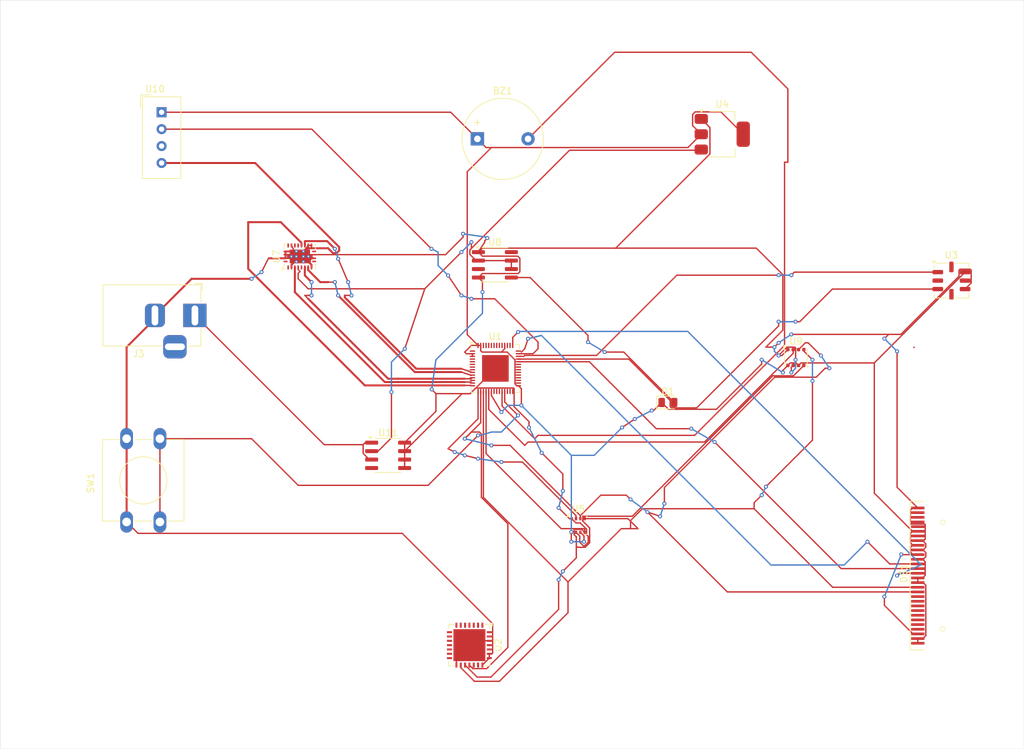
<source format=kicad_pcb>
(kicad_pcb (version 20241229) (generator "pcbnew") (generator_version "9.0")
  (layers (0 "F.Cu" signal) (2 "B.Cu" signal) (13 "F.Paste" user) (15 "B.Paste" user) (5 "F.SilkS" user "F.Silkscreen") (7 "B.SilkS" user "B.Silkscreen") (1 "F.Mask" user) (3 "B.Mask" user) (25 "Edge.Cuts" user))
  (net 0 "")
  (net 1 "/18")
  (net 2 "+3.3V")
  (net 3 "/LED")
  (net 4 "/38")
  (net 7 "GND")
  (net 9 "/37")
  (net 10 "/33")
  (net 12 "/12")
  (net 22 "/11")
  (net 23 "+12V")
  (net 24 "/19")
  (net 25 "/8")
  (net 29 "/4")
  (net 30 "/10")
  (net 31 "/13")
  (net 35 "/36")
  (net 37 "/14")
  (net 48 "/9")
  (net 53 "/34")
  (net 56 "/6")
  (net 60 "/35")
  (net 64 "/5")
  (net 91 "+5V")
  (net 100 "VCC")
  (footprint "Package_SO:SOIC-8_3.9x4.9mm_P1.27mm" (layer "F.Cu") (at 139.025 82.905)
    (property "Reference" "U8")
    (property "Value" "LTC4002ES8-4.2")
  )
  (footprint "Button_Switch_THT:SW_PUSH-12mm" (layer "F.Cu") (at 83.75 121.5 90)
    (property "Reference" "SW1")
    (property "Value" "SW_Push")
  )
  (footprint "Sensor:Winson_GM-402B_5x5mm_P1.27mm" (layer "F.Cu") (at 207.55 85.27)
    (property "Reference" "U3")
    (property "Value" "GM-402B")
  )
  (footprint "Package_DFN_QFN:Texas_VQFN-RHL-20_ThermalVias" (layer "F.Cu") (at 109.75 81.65 90)
    (property "Reference" "U7")
    (property "Value" "BQ2501x")
  )
  (footprint "Package_LGA:Bosch_LGA-8_2.5x2.5mm_P0.65mm_ClockwisePinNumbering" (layer "F.Cu") (at 151.525 122.025)
    (property "Reference" "U5")
    (property "Value" "BME280")
  )
  (footprint "Sensor:Aosong_DHT11_5.5x12.0_P2.54mm" (layer "F.Cu") (at 89 60)
    (property "Reference" "U10")
    (property "Value" "DHT11")
  )
  (footprint "Buzzer_Beeper:Buzzer_12x9.5RM7.6" (layer "F.Cu") (at 136.4 64)
    (property "Reference" "BZ1")
    (property "Value" "Buzzer")
  )
  (footprint "Package_DFN_QFN:QFN-28-1EP_6x6mm_P0.65mm_EP4.8x4.8mm" (layer "F.Cu") (at 135.2 139.9875 -90)
    (property "Reference" "U2")
    (property "Value" "SX1278")
  )
  (footprint "Package_LGA:Bosch_LGA-8_3x3mm_P0.8mm_ClockwisePinNumbering" (layer "F.Cu") (at 184.2 96.8125)
    (property "Reference" "U9")
    (property "Value" "BME680")
  )
  (footprint "Connector_BarrelJack:BarrelJack_Horizontal" (layer "F.Cu") (at 94 90.5)
    (property "Reference" "J3")
    (property "Value" "Barrel_Jack")
  )
  (footprint "Package_DFN_QFN:QFN-56-1EP_7x7mm_P0.4mm_EP4x4mm" (layer "F.Cu") (at 139.1 98.45)
    (property "Reference" "U1")
    (property "Value" "ESP32-S3")
  )
  (footprint "Package_SO:SOIC-8_3.9x4.9mm_P1.27mm" (layer "F.Cu") (at 123 111.5)
    (property "Reference" "U11")
    (property "Value" "XL1509-5.0")
  )
  (footprint "Package_TO_SOT_SMD:SOT-223-3_TabPin2" (layer "F.Cu") (at 173.15 63.3)
    (property "Reference" "U4")
    (property "Value" "AMS1117-3.3")
  )
  (footprint "LED_SMD:LED_0805_2012Metric" (layer "F.Cu") (at 164.995 103.565)
    (property "Reference" "D1")
    (property "Value" "LED")
  )
  (footprint "Display:OLED-128O064D" (layer "F.Cu") (at 202.5 129.55 -90)
    (property "Reference" "DS1")
    (property "Value" "OLED-128O064D")
  )
  (gr_line (start 149.225 116.205) (end 149.225 116.84) (stroke (width 0.2)) (layer "F.Cu") (net 7))
  (gr_line (start 111 80) (end 110.275 80.875) (stroke (width 0.2)) (layer "F.Cu") (net 7))
  (gr_line (start 180.975 95.25) (end 180.34 95.25) (stroke (width 0.2)) (layer "F.Cu") (net 7))
  (gr_line (start 135.5 79.5) (end 135.5 80.5) (stroke (width 0.2)) (layer "F.Cu") (net 91))
  (gr_line (start 125.5 95.5) (end 128.5 86.5) (stroke (width 0.2)) (layer "F.Cu") (net 91))
  (gr_line (start 111 87.5) (end 110.5 87.5) (stroke (width 0.2)) (layer "F.Cu") (net 56))
  (gr_line (start 185.42 95.885) (end 186.69 97.155) (stroke (width 0.2)) (layer "F.Cu") (net 12))
  (gr_line (start 110.5 87.5) (end 111 88) (stroke (width 0.2)) (layer "F.Cu") (net 56))
  (gr_line (start 134.5 111.5) (end 136.5 112) (stroke (width 0.2)) (layer "F.Cu") (net 30))
  (gr_line (start 134 99) (end 135.5 99.5) (stroke (width 0.2)) (layer "F.Cu") (net 64))
  (gr_line (start 138.5 102.5) (end 140 105) (stroke (width 0.2)) (layer "F.Cu") (net 2))
  (gr_line (start 144.145 106.68) (end 144.145 107.315) (stroke (width 0.2)) (layer "F.Cu") (net 7))
  (gr_line (start 179.07 97.79) (end 179.07 97.155) (stroke (width 0.2)) (layer "F.Cu") (net 2))
  (gr_line (start 136.5 81) (end 137.5 79.5) (stroke (width 0.2)) (layer "F.Cu") (net 7))
  (gr_line (start 132 84.5) (end 134 87.5) (stroke (width 0.2)) (layer "F.Cu") (net 35))
  (gr_line (start 181.61 92.075) (end 181.61 91.44) (stroke (width 0.2)) (layer "F.Cu") (net 53))
  (gr_line (start 142 105) (end 142.5 105.5) (stroke (width 0.2)) (layer "F.Cu") (net 24))
  (gr_line (start 128.5 79.5) (end 129.5 80.5) (stroke (width 0.2)) (layer "F.Cu") (net 35))
  (gr_line (start 153 93.5) (end 153 94.5) (stroke (width 0.2)) (layer "F.Cu") (net 3))
  (gr_line (start 116.5 87.5) (end 117.5 87.5) (stroke (width 0.2)) (layer "F.Cu") (net 29))
  (gr_line (start 180.975 84.455) (end 181.61 84.455) (stroke (width 0.2)) (layer "F.Cu") (net 60))
  (gr_line (start 188.595 98.425) (end 189.23 98.425) (stroke (width 0.2)) (layer "F.Cu") (net 22))
  (gr_line (start 134.5 100.5) (end 135.5 100.5) (stroke (width 0.2)) (layer "F.Cu") (net 25))
  (gr_line (start 201.93 95.3125) (end 201.93 95.25) (stroke (width 0.2)) (layer "F.Cu"))
  (gr_line (start 180.34 95.25) (end 179.705 95.25) (stroke (width 0.2)) (layer "F.Cu") (net 7))
  (gr_line (start 134.5 109) (end 135 108.5) (stroke (width 0.2)) (layer "F.Cu") (net 22))
  (gr_line (start 198.12 93.345) (end 197.485 93.98) (stroke (width 0.2)) (layer "F.Cu") (net 7))
  (gr_line (start 109 81) (end 108.5 80) (stroke (width 0.2)) (layer "F.Cu") (net 7))
  (gr_line (start 105 82) (end 104 84) (stroke (width 0.2)) (layer "F.Cu") (net 7))
  (gr_line (start 130.175 102.235) (end 129.54 101.6) (stroke (width 0.2)) (layer "F.Cu") (net 7))
  (gr_line (start 150.495 123.19) (end 150.495 124.46) (stroke (width 0.2)) (layer "F.Cu") (net 2))
  (gr_line (start 143.5 95.5) (end 144 94) (stroke (width 0.2)) (layer "F.Cu") (net 9))
  (gr_line (start 161.925 120.015) (end 163.83 120.65) (stroke (width 0.2)) (layer "F.Cu") (net 22))
  (gr_line (start 158.115 107.315) (end 160.02 106.045) (stroke (width 0.2)) (layer "F.Cu") (net 2))
  (gr_line (start 134.5 100) (end 135.5 100) (stroke (width 0.2)) (layer "F.Cu") (net 56))
  (gr_line (start 114 85.5) (end 115 85.5) (stroke (width 0.2)) (layer "F.Cu") (net 64))
  (gr_line (start 111 80) (end 111.5 80) (stroke (width 0.2)) (layer "F.Cu") (net 7))
  (gr_line (start 134 98.5) (end 135.5 99) (stroke (width 0.2)) (layer "F.Cu") (net 29))
  (gr_line (start 111.5 87.5) (end 111 87.5) (stroke (width 0.2)) (layer "F.Cu") (net 56))
  (gr_line (start 117 85.5) (end 115.5 82) (stroke (width 0.2)) (layer "F.Cu") (net 29))
  (gr_line (start 158.75 117.475) (end 159.385 118.11) (stroke (width 0.2)) (layer "F.Cu") (net 22))
  (gr_line (start 179.705 95.25) (end 180.34 94.615) (stroke (width 0.2)) (layer "F.Cu") (net 7))
  (gr_line (start 134 81) (end 133.5 81.5) (stroke (width 0.2)) (layer "F.Cu") (net 91))
  (gr_line (start 132 110.5) (end 133 111) (stroke (width 0.2)) (layer "F.Cu") (net 30))
  (gr_line (start 143 96) (end 143.5 95.5) (stroke (width 0.2)) (layer "F.Cu") (net 9))
  (gr_line (start 167.5 107.5) (end 168.5 107.5) (stroke (width 0.2)) (layer "F.Cu") (net 10))
  (gr_line (start 134.5 101) (end 135.5 101) (stroke (width 0.2)) (layer "F.Cu") (net 48))
  (gr_line (start 148.59 130.81) (end 148.59 130.175) (stroke (width 0.2)) (layer "F.Cu") (net 31))
  (gr_line (start 136.5 112) (end 140 112.5) (stroke (width 0.2)) (layer "B.Cu") (net 30))
  (gr_line (start 179.705 116.205) (end 179.07 117.475) (stroke (width 0.2)) (layer "B.Cu") (net 12))
  (gr_line (start 104 84) (end 102.5 85) (stroke (width 0.2)) (layer "B.Cu") (net 7))
  (gr_line (start 199.39 129.54) (end 203 127.9329) (stroke (width 0.2)) (layer "B.Cu") (net 4))
  (gr_line (start 137.16 88.265) (end 137.16 86.995) (stroke (width 0.2)) (layer "B.Cu") (net 7))
  (gr_line (start 183.515 93.345) (end 181.61 94.615) (stroke (width 0.2)) (layer "B.Cu") (net 7))
  (gr_line (start 197.485 93.98) (end 199.39 95.885) (stroke (width 0.2)) (layer "B.Cu") (net 7))
  (gr_line (start 179.07 97.155) (end 182.245 99.06) (stroke (width 0.2)) (layer "B.Cu") (net 2))
  (gr_line (start 133 111) (end 134.5 111.5) (stroke (width 0.2)) (layer "B.Cu") (net 30))
  (gr_line (start 134 87.5) (end 135.5 88) (stroke (width 0.2)) (layer "B.Cu") (net 35))
  (gr_line (start 186.69 97.155) (end 186.69 100.33) (stroke (width 0.2)) (layer "B.Cu") (net 12))
  (gr_line (start 144.145 107.315) (end 146.05 111.125) (stroke (width 0.2)) (layer "B.Cu") (net 7))
  (gr_line (start 137.75 78.75) (end 134.25 78.25) (stroke (width 0.2)) (layer "B.Cu") (net 7))
  (gr_line (start 144 94) (end 146 93.5) (stroke (width 0.2)) (layer "B.Cu") (net 9))
  (gr_line (start 200.025 126.365) (end 197.485 132.715) (stroke (width 0.2)) (layer "B.Cu") (net 2))
  (gr_line (start 168.5 107.5) (end 172 109.5) (stroke (width 0.2)) (layer "B.Cu") (net 10))
  (gr_line (start 138.5 108) (end 136.5 108.6) (stroke (width 0.2)) (layer "B.Cu") (net 24))
  (gr_line (start 148.59 130.175) (end 149.225 128.905) (stroke (width 0.2)) (layer "B.Cu") (net 31))
  (gr_line (start 115.5 82) (end 115 80.5) (stroke (width 0.2)) (layer "B.Cu") (net 29))
  (gr_line (start 150.495 124.46) (end 152.4 124.46) (stroke (width 0.2)) (layer "B.Cu") (net 2))
  (gr_line (start 163.83 120.65) (end 164.465 118.745) (stroke (width 0.2)) (layer "B.Cu") (net 22))
  (gr_line (start 111.5 85.5) (end 111.5 87.5) (stroke (width 0.2)) (layer "B.Cu") (net 56))
  (gr_line (start 129.54 101.6) (end 130.175 97.155) (stroke (width 0.2)) (layer "B.Cu") (net 7))
  (gr_line (start 115 85.5) (end 115.5 87.5) (stroke (width 0.2)) (layer "B.Cu") (net 64))
  (gr_line (start 181.61 91.44) (end 184.15 91.44) (stroke (width 0.2)) (layer "B.Cu") (net 53))
  (gr_line (start 155.5 96) (end 153 94.5) (stroke (width 0.2)) (layer "B.Cu") (net 3))
  (gr_line (start 181.61 84.455) (end 183.515 84.455) (stroke (width 0.2)) (layer "B.Cu") (net 60))
  (gr_line (start 189.23 98.425) (end 187.96 96.52) (stroke (width 0.2)) (layer "B.Cu") (net 22))
  (gr_line (start 160.02 106.045) (end 162.56 104.775) (stroke (width 0.2)) (layer "B.Cu") (net 2))
  (gr_line (start 134.5 109) (end 138.5 110) (stroke (width 0.2)) (layer "B.Cu") (net 22))
  (gr_line (start 117.5 87.5) (end 117 85.5) (stroke (width 0.2)) (layer "B.Cu") (net 29))
  (gr_line (start 149.225 116.84) (end 148.59 119.38) (stroke (width 0.2)) (layer "B.Cu") (net 7))
  (gr_line (start 129.5 80.5) (end 130.5 81) (stroke (width 0.2)) (layer "B.Cu") (net 35))
  (gr_line (start 159.385 118.11) (end 161.925 120.015) (stroke (width 0.2)) (layer "B.Cu") (net 22))
  (gr_rect (start 64.77 43.18) (end 218.44 155.575) (stroke (width 0.05)) (fill no) (layer "Edge.Cuts"))
  (segment (start 177.5 51) (end 157 51) (width 0.2) (layer "F.Cu") (net 1))
  (segment (start 140.1 101.9) (end 140.1 104.1) (width 0.2) (layer "F.Cu") (net 1))
  (segment (start 157 51) (end 144 64) (width 0.2) (layer "F.Cu") (net 1))
  (segment (start 140.1 104.1) (end 145 109) (width 0.2) (layer "F.Cu") (net 1))
  (segment (start 169 108.5) (end 182.5 95) (width 0.2) (layer "F.Cu") (net 1))
  (segment (start 182.5 67.5) (end 183 67.5) (width 0.2) (layer "F.Cu") (net 1))
  (segment (start 145.5 108.5) (end 169 108.5) (width 0.2) (layer "F.Cu") (net 1))
  (segment (start 145 109) (end 145.5 108.5) (width 0.2) (layer "F.Cu") (net 1))
  (segment (start 182.5 95) (end 182.5 67.5) (width 0.2) (layer "F.Cu") (net 1))
  (segment (start 183 56.5) (end 177.5 51) (width 0.2) (layer "F.Cu") (net 1))
  (segment (start 183 67.5) (end 183 56.5) (width 0.2) (layer "F.Cu") (net 1))
  (segment (start 202.5 125) (end 201.7 125) (width 0.2) (layer "F.Cu") (net 2))
  (segment (start 142.039 100.768074) (end 142.320926 101.05) (width 0.2) (layer "F.Cu") (net 2))
  (segment (start 136.5 95) (end 136.9 95) (width 0.2) (layer "F.Cu") (net 2))
  (segment (start 182.245 99.06) (end 182.245 98.755) (width 0.2) (layer "F.Cu") (net 2))
  (segment (start 202.5 122.9) (end 201.7 122.9) (width 0.2) (layer "F.Cu") (net 2))
  (segment (start 201.389 123.211) (end 201.389 124.611) (width 0.2) (layer "F.Cu") (net 2))
  (segment (start 200.06 126.4) (end 200.025 126.365) (width 0.2) (layer "F.Cu") (net 2))
  (segment (start 183.3735 97.6265) (end 184.2265 97.6265) (width 0.2) (layer "F.Cu") (net 2))
  (segment (start 137.701 65.301) (end 138.5 65.301) (width 0.2) (layer "F.Cu") (net 2))
  (segment (start 165.0795 104.587) (end 172.273 104.587) (width 0.2) (layer "F.Cu") (net 2))
  (segment (start 184.6 98) (end 184.9735 97.6265) (width 0.2) (layer "F.Cu") (net 2))
  (segment (start 142.320926 101.05) (end 142.55 101.05) (width 0.2) (layer "F.Cu") (net 2))
  (segment (start 195.9735 97.6265) (end 209.6 84) (width 0.2) (layer "F.Cu") (net 2))
  (segment (start 195.9735 117.1735) (end 201.7 122.9) (width 0.2) (layer "F.Cu") (net 2))
  (segment (start 201.389 125.311) (end 201.389 126.011) (width 0.2) (layer "F.Cu") (net 2))
  (segment (start 170 63.3) (end 168.699 61.999) (width 0.2) (layer "F.Cu") (net 2))
  (segment (start 202.5 126.4) (end 200.06 126.4) (width 0.2) (layer "F.Cu") (net 2))
  (segment (start 201.778 138.3) (end 202.5 138.3) (width 0.2) (layer "F.Cu") (net 2))
  (segment (start 197.485 134.007) (end 201.778 138.3) (width 0.2) (layer "F.Cu") (net 2))
  (segment (start 134.873 68.928) (end 134.873 93.373) (width 0.2) (layer "F.Cu") (net 2))
  (segment (start 168.699 60.344992) (end 169.094992 59.949) (width 0.2) (layer "F.Cu") (net 2))
  (segment (start 182.245 98.755) (end 183 98) (width 0.2) (layer "F.Cu") (net 2))
  (segment (start 172.949 59.949) (end 176.3 63.3) (width 0.2) (layer "F.Cu") (net 2))
  (segment (start 167.999 65.301) (end 170 63.3) (width 0.2) (layer "F.Cu") (net 2))
  (segment (start 140.872 96) (end 142.039 97.167) (width 0.2) (layer "F.Cu") (net 2))
  (segment (start 201.778 125) (end 202.5 125) (width 0.2) (layer "F.Cu") (net 2))
  (segment (start 135.65 96.25) (end 135.65 96.65) (width 0.2) (layer "F.Cu") (net 2))
  (segment (start 140.5 95) (end 140.5 95.5) (width 0.2) (layer "F.Cu") (net 2))
  (segment (start 89 60) (end 132.4 60) (width 0.2) (layer "F.Cu") (net 2))
  (segment (start 184.9735 97.6265) (end 195.9735 97.6265) (width 0.2) (layer "F.Cu") (net 2))
  (segment (start 138.5 65.301) (end 167.999 65.301) (width 0.2) (layer "F.Cu") (net 2))
  (segment (start 138.5 65.301) (end 134.873 68.928) (width 0.2) (layer "F.Cu") (net 2))
  (segment (start 201.389 126.011) (end 201.778 126.4) (width 0.2) (layer "F.Cu") (net 2))
  (segment (start 162.8475 104.775) (end 164.0575 103.565) (width 0.2) (layer "F.Cu") (net 2))
  (segment (start 137.1 96) (end 136.9 95.8) (width 0.2) (layer "F.Cu") (net 2))
  (segment (start 201.7 125) (end 201.389 125.311) (width 0.2) (layer "F.Cu") (net 2))
  (segment (start 143 101.5) (end 142.55 101.05) (width 0.2) (layer "F.Cu") (net 2))
  (segment (start 184.2265 97.6265) (end 184.6 98) (width 0.2) (layer "F.Cu") (net 2))
  (segment (start 132.4 60) (end 136.4 64) (width 0.2) (layer "F.Cu") (net 2))
  (segment (start 201.7 122.9) (end 201.389 123.211) (width 0.2) (layer "F.Cu") (net 2))
  (segment (start 164.0575 103.565) (end 165.0795 104.587) (width 0.2) (layer "F.Cu") (net 2))
  (segment (start 134.873 93.373) (end 136.5 95) (width 0.2) (layer "F.Cu") (net 2))
  (segment (start 134.5 96) (end 134.75 96.25) (width 0.2) (layer "F.Cu") (net 2))
  (segment (start 140 96) (end 137.1 96) (width 0.2) (layer "F.Cu") (net 2))
  (segment (start 134.75 96.25) (end 135.65 96.25) (width 0.2) (layer "F.Cu") (net 2))
  (segment (start 136.5 95) (end 135.5 95) (width 0.2) (layer "F.Cu") (net 2))
  (segment (start 136.9 95.8) (end 136.9 95) (width 0.2) (layer "F.Cu") (net 2))
  (segment (start 135.5 95) (end 134.5 96) (width 0.2) (layer "F.Cu") (net 2))
  (segment (start 152.4 123.6) (end 152.4 124.46) (width 0.2) (layer "F.Cu") (net 2))
  (segment (start 162.56 104.775) (end 162.8475 104.775) (width 0.2) (layer "F.Cu") (net 2))
  (segment (start 172.273 104.587) (end 179.07 97.79) (width 0.2) (layer "F.Cu") (net 2))
  (segment (start 168.699 61.999) (end 168.699 60.344992) (width 0.2) (layer "F.Cu") (net 2))
  (segment (start 138.5 101.9) (end 138.5 102.5) (width 0.2) (layer "F.Cu") (net 2))
  (segment (start 136.4 64) (end 137.701 65.301) (width 0.2) (layer "F.Cu") (net 2))
  (segment (start 151.85 123.05) (end 152.4 123.6) (width 0.2) (layer "F.Cu") (net 2))
  (segment (start 201.389 124.611) (end 201.778 125) (width 0.2) (layer "F.Cu") (net 2))
  (segment (start 142.039 97.167) (end 142.039 100.768074) (width 0.2) (layer "F.Cu") (net 2))
  (segment (start 140.5 95.5) (end 140 96) (width 0.2) (layer "F.Cu") (net 2))
  (segment (start 183 98) (end 183.3735 97.6265) (width 0.2) (layer "F.Cu") (net 2))
  (segment (start 169.094992 59.949) (end 172.949 59.949) (width 0.2) (layer "F.Cu") (net 2))
  (segment (start 143 104) (end 143 101.5) (width 0.2) (layer "F.Cu") (net 2))
  (segment (start 195.9735 97.6265) (end 195.9735 117.1735) (width 0.2) (layer "F.Cu") (net 2))
  (segment (start 140 96) (end 140.872 96) (width 0.2) (layer "F.Cu") (net 2))
  (segment (start 197.485 132.715) (end 197.485 134.007) (width 0.2) (layer "F.Cu") (net 2))
  (segment (start 201.778 126.4) (end 202.5 126.4) (width 0.2) (layer "F.Cu") (net 2))
  (via (at 158.115 107.315) (size 0.6) (drill 0.3) (layers "F.Cu" "B.Cu") (net 2))
  (via (at 162.56 104.775) (size 0.6) (drill 0.3) (layers "F.Cu" "B.Cu") (net 2))
  (via (at 143 104) (size 0.6) (drill 0.3) (layers "F.Cu" "B.Cu") (net 2))
  (via (at 197.485 132.715) (size 0.6) (drill 0.3) (layers "F.Cu" "B.Cu") (net 2))
  (via (at 200.025 126.365) (size 0.6) (drill 0.3) (layers "F.Cu" "B.Cu") (net 2))
  (via (at 160.02 106.045) (size 0.6) (drill 0.3) (layers "F.Cu" "B.Cu") (net 2))
  (via (at 140 105) (size 0.6) (drill 0.3) (layers "F.Cu" "B.Cu") (net 2))
  (via (at 150.5 123) (size 0.6) (drill 0.3) (layers "F.Cu" "B.Cu") (net 2))
  (via (at 152.4 124.46) (size 0.6) (drill 0.3) (layers "F.Cu" "B.Cu") (net 2))
  (via (at 182.245 99.06) (size 0.6) (drill 0.3) (layers "F.Cu" "B.Cu") (net 2))
  (via (at 179.07 97.155) (size 0.6) (drill 0.3) (layers "F.Cu" "B.Cu") (net 2))
  (via (at 150.495 124.46) (size 0.6) (drill 0.3) (layers "F.Cu" "B.Cu") (net 2))
  (segment (start 150.5 111.5) (end 150.5 123) (width 0.2) (layer "B.Cu") (net 2))
  (segment (start 140 105) (end 141 104) (width 0.2) (layer "B.Cu") (net 2))
  (segment (start 150.5 111.5) (end 153.93 111.5) (width 0.2) (layer "B.Cu") (net 2))
  (segment (start 143 104) (end 150.5 111.5) (width 0.2) (layer "B.Cu") (net 2))
  (segment (start 141 104) (end 143 104) (width 0.2) (layer "B.Cu") (net 2))
  (segment (start 153.93 111.5) (end 158.115 107.315) (width 0.2) (layer "B.Cu") (net 2))
  (segment (start 144.31 84.81) (end 153 93.5) (width 0.2) (layer "F.Cu") (net 3))
  (segment (start 158.3675 96) (end 165.9325 103.565) (width 0.2) (layer "F.Cu") (net 3))
  (segment (start 155.5 96) (end 158.3675 96) (width 0.2) (layer "F.Cu") (net 3))
  (segment (start 141.5 84.81) (end 144.31 84.81) (width 0.2) (layer "F.Cu") (net 3))
  (via (at 155.5 96) (size 0.6) (drill 0.3) (layers "F.Cu" "B.Cu") (net 3))
  (via (at 153 94.5) (size 0.6) (drill 0.3) (layers "F.Cu" "B.Cu") (net 3))
  (segment (start 141.7 93.8) (end 141.7 95) (width 0.2) (layer "F.Cu") (net 4))
  (segment (start 199.73 129.2) (end 202.5 129.2) (width 0.2) (layer "F.Cu") (net 4))
  (segment (start 199.39 129.54) (end 199.73 129.2) (width 0.2) (layer "F.Cu") (net 4))
  (segment (start 142.5 93) (end 141.7 93.8) (width 0.2) (layer "F.Cu") (net 4))
  (via (at 199.39 129.54) (size 0.6) (drill 0.3) (layers "F.Cu" "B.Cu") (net 4))
  (via (at 142.5 93) (size 0.6) (drill 0.3) (layers "F.Cu" "B.Cu") (net 4))
  (segment (start 142.601 92.899) (end 167.9661 92.899) (width 0.2) (layer "B.Cu") (net 4))
  (segment (start 142.5 93) (end 142.601 92.899) (width 0.2) (layer "B.Cu") (net 4))
  (segment (start 167.9661 92.899) (end 203 127.9329) (width 0.2) (layer "B.Cu") (net 4))
  (segment (start 138.574999 141.2875) (end 138.1875 141.2875) (width 0.2) (layer "F.Cu") (net 7))
  (segment (start 203.222 129.9) (end 203.611 129.511) (width 0.2) (layer "F.Cu") (net 7))
  (segment (start 184.161 97.144) (end 184.15 97.155) (width 0.2) (layer "F.Cu") (net 7))
  (segment (start 203.533 121.811) (end 203.611 121.889) (width 0.2) (layer "F.Cu") (net 7))
  (segment (start 102.5 85) (end 93.5 85) (width 0.3) (layer "F.Cu") (net 7))
  (segment (start 111.249 82.162738) (end 111.249 82.637262) (width 0.3) (layer "F.Cu") (net 7))
  (segment (start 203.265 139) (end 203.7 138.565) (width 0.2) (layer "F.Cu") (net 7))
  (segment (start 138.574999 139.3375) (end 138.686 139.226499) (width 0.2) (layer "F.Cu") (net 7))
  (segment (start 137.5 79.5) (end 137.5 79.281562) (width 0.2) (layer "F.Cu") (net 7))
  (segment (start 146.05 111.125) (end 149.225 114.3) (width 0.2) (layer "F.Cu") (net 7))
  (segment (start 141.911 104.202479) (end 144.145 106.436479) (width 0.2) (layer "F.Cu") (net 7))
  (segment (start 88 90.5) (end 88 91) (width 0.3) (layer "F.Cu") (net 7))
  (segment (start 150.21 121) (end 150.55 121) (width 0.2) (layer "F.Cu") (net 7))
  (segment (start 152.786 122.587601) (end 151.848399 121.65) (width 0.2) (layer "F.Cu") (net 7))
  (segment (start 113.996608 80.417262) (end 114.730346 81.151) (width 0.3) (layer "F.Cu") (net 7))
  (segment (start 110.971 80.417262) (end 113.996608 80.417262) (width 0.3) (layer "F.Cu") (net 7))
  (segment (start 107.6 80.9) (end 107.6 81.925) (width 0.3) (layer "F.Cu") (net 7))
  (segment (start 88 91) (end 83.75 95.25) (width 0.3) (layer "F.Cu") (net 7))
  (segment (start 203.611 127.489) (end 203.222 127.1) (width 0.2) (layer "F.Cu") (net 7))
  (segment (start 203.3 130.6) (end 202.5 130.6) (width 0.2) (layer "F.Cu") (net 7))
  (segment (start 149.225 114.3) (end 149.225 116.205) (width 0.2) (layer "F.Cu") (net 7))
  (segment (start 135.2 139.9875) (end 135.85 139.3375) (width 0.2) (layer "F.Cu") (net 7))
  (segment (start 182.105 96.52) (end 183 95.625) (width 0.2) (layer "F.Cu") (net 7))
  (segment (start 184.026218 95.2515) (end 184.161 95.386282) (width 0.2) (layer "F.Cu") (net 7))
  (segment (start 131.625 81.375) (end 111.9 81.375) (width 0.2) (layer "F.Cu") (net 7))
  (segment (start 134.25 78.25) (end 134.25 78.75) (width 0.2) (layer "F.Cu") (net 7))
  (segment (start 134.25 78.75) (end 131.625 81.375) (width 0.2) (layer "F.Cu") (net 7))
  (segment (start 108.5 83.3) (end 108.5 82.9) (width 0.3) (layer "F.Cu") (net 7))
  (segment (start 152.786 123.411) (end 152.786 122.587601) (width 0.2) (layer "F.Cu") (net 7))
  (segment (start 107.6 80.9) (end 110.488262 80.9) (width 0.3) (layer "F.Cu") (net 7))
  (segment (start 151.2 123.05) (end 151.765 123.615) (width 0.2) (layer "F.Cu") (net 7))
  (segment (start 182.245 84.381479) (end 182.245 92.71) (width 0.2) (layer "F.Cu") (net 7))
  (segment (start 138.574999 139.3375) (end 138.686 139.448501) (width 0.2) (layer "F.Cu") (net 7))
  (segment (start 201.389 119.711) (end 201.389 121.811) (width 0.2) (layer "F.Cu") (net 7))
  (segment (start 201.389 121.811) (end 203.533 121.811) (width 0.2) (layer "F.Cu") (net 7))
  (segment (start 153.035 124.533521) (end 153.035 123.66) (width 0.2) (layer "F.Cu") (net 7))
  (segment (start 142.776 81.929032) (end 142.776 83.948968) (width 0.2) (layer "F.Cu") (net 7))
  (segment (start 142.515968 84.209) (end 137.151 84.209) (width 0.2) (layer "F.Cu") (net 7))
  (segment (start 183.515 98.285) (end 183.8 98) (width 0.2) (layer "F.Cu") (net 7))
  (segment (start 141.818074 101.389) (end 141.911 101.481926) (width 0.2) (layer "F.Cu") (net 7))
  (segment (start 157.157008 80.399) (end 178.262521 80.399) (width 0.2) (layer "F.Cu") (net 7))
  (segment (start 201.7 119.4) (end 201.389 119.711) (width 0.2) (layer "F.Cu") (net 7))
  (segment (start 139.1 98.45) (end 135.315 102.235) (width 0.2) (layer "F.Cu") (net 7))
  (segment (start 142.776 83.948968) (end 142.515968 84.209) (width 0.2) (layer "F.Cu") (net 7))
  (segment (start 137.151 80.399) (end 136.55 81) (width 0.2) (layer "F.Cu") (net 7))
  (segment (start 103.040654 67.62) (end 89 67.62) (width 0.3) (layer "F.Cu") (net 7))
  (segment (start 210.511 85.629) (end 210.511 83.71971) (width 0.2) (layer "F.Cu") (net 7))
  (segment (start 203.222 124.3) (end 203.7 124.778) (width 0.2) (layer "F.Cu") (net 7))
  (segment (start 208.689 83.71971) (end 208.689 84.6126) (width 0.2) (layer "F.Cu") (net 7))
  (segment (start 135.315 102.235) (end 130.175 102.235) (width 0.2) (layer "F.Cu") (net 7))
  (segment (start 141.911 101.481926) (end 141.911 104.202479) (width 0.2) (layer "F.Cu") (net 7))
  (segment (start 171.301 62.301) (end 171.301 66.255008) (width 0.2) (layer "F.Cu") (net 7))
  (segment (start 199.39 95.885) (end 199.39 116.29) (width 0.2) (layer "F.Cu") (net 7))
  (segment (start 135.2 139.9875) (end 133.25 141.9375) (width 0.2) (layer "F.Cu") (net 7))
  (segment (start 144.145 106.436479) (end 144.145 106.68) (width 0.2) (layer "F.Cu") (net 7))
  (segment (start 202.5 125.7) (end 203.3 125.7) (width 0.2) (layer "F.Cu") (net 7))
  (segment (start 111.486738 81.925) (end 111.249 82.162738) (width 0.3) (layer "F.Cu") (net 7))
  (segment (start 203.611 124.067) (end 203.378 124.3) (width 0.2) (layer "F.Cu") (net 7))
  (segment (start 136.161 101.389) (end 141.818074 101.389) (width 0.2) (layer "F.Cu") (net 7))
  (segment (start 203.7 126.1) (end 203.7 126.7) (width 0.2) (layer "F.Cu") (net 7))
  (segment (start 184.161 95.386282) (end 184.161 97.144) (width 0.2) (layer "F.Cu") (net 7))
  (segment (start 151.848399 121.65) (end 151.2 121.65) (width 0.2) (layer "F.Cu") (net 7))
  (segment (start 130.175 104.895) (end 130.175 102.235) (width 0.2) (layer "F.Cu") (net 7))
  (segment (start 199.9566 93.345) (end 183.515 93.345) (width 0.2) (layer "F.Cu") (net 7))
  (segment (start 152.326479 125.095) (end 152.473521 125.095) (width 0.2) (layer "F.Cu") (net 7))
  (segment (start 138.1875 139.3375) (end 138.574999 139.3375) (width 0.2) (layer "F.Cu") (net 7))
  (segment (start 115.651 80.230346) (end 103.040654 67.62) (width 0.3) (layer "F.Cu") (net 7))
  (segment (start 183.515 99.06) (end 183.515 98.285) (width 0.2) (layer "F.Cu") (net 7))
  (segment (start 202.5 130.6) (end 202.5 129.9) (width 0.2) (layer "F.Cu") (net 7))
  (segment (start 151.765 124.533521) (end 152.326479 125.095) (width 0.2) (layer "F.Cu") (net 7))
  (segment (start 210.35529 83.564) (end 208.84471 83.564) (width 0.2) (layer "F.Cu") (net 7))
  (segment (start 142.447968 81.601) (end 142.776 81.929032) (width 0.2) (layer "F.Cu") (net 7))
  (segment (start 208.84471 83.564) (end 208.689 83.71971) (width 0.2) (layer "F.Cu") (net 7))
  (segment (start 125.475 109.595) (end 130.175 104.895) (width 0.2) (layer "F.Cu") (net 7))
  (segment (start 138.686 139.226499) (end 138.686 136.781) (width 0.2) (layer "F.Cu") (net 7))
  (segment (start 85.461 123.211) (end 83.75 121.5) (width 0.2) (layer "F.Cu") (net 7))
  (segment (start 111.5 82.888262) (end 111.5 83.3) (width 0.3) (layer "F.Cu") (net 7))
  (segment (start 181.61 94.615) (end 180.975 95.25) (width 0.2) (layer "F.Cu") (net 7))
  (segment (start 111.249 82.637262) (end 111.5 82.888262) (width 0.3) (layer "F.Cu") (net 7))
  (segment (start 203.611 129.511) (end 203.611 127.489) (width 0.2) (layer "F.Cu") (net 7))
  (segment (start 203.3 127.1) (end 202.5 127.1) (width 0.2) (layer "F.Cu") (net 7))
  (segment (start 203.7 131) (end 203.3 130.6) (width 0.2) (layer "F.Cu") (net 7))
  (segment (start 137.16 85.42) (end 136.55 84.81) (width 0.2) (layer "F.Cu") (net 7))
  (segment (start 125.475 109.595) (end 125.475 113.405) (width 0.2) (layer "F.Cu") (net 7))
  (segment (start 138.686 136.781) (end 125.116 123.211) (width 0.2) (layer "F.Cu") (net 7))
  (segment (start 151.765 123.615) (end 151.765 124.533521) (width 0.2) (layer "F.Cu") (net 7))
  (segment (start 83.75 109) (end 83.75 121.5) (width 0.3) (layer "F.Cu") (net 7))
  (segment (start 148.59 119.38) (end 150.21 121) (width 0.2) (layer "F.Cu") (net 7))
  (segment (start 138.686 141.176499) (end 138.574999 141.2875) (width 0.2) (layer "F.Cu") (net 7))
  (segment (start 111.9 81.925) (end 111.486738 81.925) (width 0.3) (layer "F.Cu") (net 7))
  (segment (start 138.686 139.448501) (end 138.686 141.176499) (width 0.2) (layer "F.Cu") (net 7))
  (segment (start 114.730346 81.151) (end 115.269654 81.151) (width 0.3) (layer "F.Cu") (net 7))
  (segment (start 115.269654 81.151) (end 115.651 80.769654) (width 0.3) (layer "F.Cu") (net 7))
  (segment (start 115.651 80.769654) (end 115.651 80.230346) (width 0.3) (layer "F.Cu") (net 7))
  (segment (start 138.1875 141.9375) (end 138.1875 141.2875) (width 0.2) (layer "F.Cu") (net 7))
  (segment (start 203.7 138.565) (end 203.7 131) (width 0.2) (layer "F.Cu") (net 7))
  (segment (start 136.55 81) (end 137.151 81.601) (width 0.2) (layer "F.Cu") (net 7))
  (segment (start 199.39 116.29) (end 202.5 119.4) (width 0.2) (layer "F.Cu") (net 7))
  (segment (start 110.488262 80.9) (end 110.971 80.417262) (width 0.3) (layer "F.Cu") (net 7))
  (segment (start 203.222 127.1) (end 202.5 127.1) (width 0.2) (layer "F.Cu") (net 7))
  (segment (start 137.5 79.281562) (end 137.890781 78.890781) (width 0.2) (layer "F.Cu") (net 7))
  (segment (start 133.25 141.9375) (end 133.25 142.975) (width 0.2) (layer "F.Cu") (net 7))
  (segment (start 125.116 123.211) (end 85.461 123.211) (width 0.2) (layer "F.Cu") (net 7))
  (segment (start 210.511 83.71971) (end 210.35529 83.564) (width 0.2) (layer "F.Cu") (net 7))
  (segment (start 157.157008 80.399) (end 137.151 80.399) (width 0.2) (layer "F.Cu") (net 7))
  (segment (start 203.7 126.7) (end 203.3 127.1) (width 0.2) (layer "F.Cu") (net 7))
  (segment (start 182.8785 95.2515) (end 184.026218 95.2515) (width 0.2) (layer "F.Cu") (net 7))
  (segment (start 203.3 125.7) (end 203.7 126.1) (width 0.2) (layer "F.Cu") (net 7))
  (segment (start 134.105 102.235) (end 125.475 110.865) (width 0.2) (layer "F.Cu") (net 7))
  (segment (start 209.6 86.54) (end 210.511 85.629) (width 0.2) (layer "F.Cu") (net 7))
  (segment (start 135.315 102.235) (end 134.105 102.235) (width 0.2) (layer "F.Cu") (net 7))
  (segment (start 203.7 124.778) (end 203.7 125.3) (width 0.2) (layer "F.Cu") (net 7))
  (segment (start 137.16 86.995) (end 137.16 85.42) (width 0.2) (layer "F.Cu") (net 7))
  (segment (start 107.6 81.925) (end 105.075 81.925) (width 0.3) (layer "F.Cu") (net 7))
  (segment (start 137.151 81.601) (end 142.447968 81.601) (width 0.2) (layer "F.Cu") (net 7))
  (segment (start 178.262521 80.399) (end 182.245 84.381479) (width 0.2) (layer "F.Cu") (net 7))
  (segment (start 202.5 124.3) (end 203.222 124.3) (width 0.2) (layer "F.Cu") (net 7))
  (segment (start 203.611 121.889) (end 203.611 124.067) (width 0.2) (layer "F.Cu") (net 7))
  (segment (start 108.5 82.9) (end 109.75 81.65) (width 0.3) (layer "F.Cu") (net 7))
  (segment (start 202.5 119.4) (end 201.7 119.4) (width 0.2) (layer "F.Cu") (net 7))
  (segment (start 137.15 142.975) (end 138.1875 141.9375) (width 0.2) (layer "F.Cu") (net 7))
  (segment (start 153.035 123.66) (end 152.786 123.411) (width 0.2) (layer "F.Cu") (net 7))
  (segment (start 137.151 84.209) (end 136.55 84.81) (width 0.2) (layer "F.Cu") (net 7))
  (segment (start 203.378 124.3) (end 202.5 124.3) (width 0.2) (layer "F.Cu") (net 7))
  (segment (start 152.473521 125.095) (end 153.035 124.533521) (width 0.2) (layer "F.Cu") (net 7))
  (segment (start 182.245 92.71) (end 180.34 94.615) (width 0.2) (layer "F.Cu") (net 7))
  (segment (start 208.689 84.6126) (end 199.9566 93.345) (width 0.2) (layer "F.Cu") (net 7))
  (segment (start 135.315 102.235) (end 136.161 101.389) (width 0.2) (layer "F.Cu") (net 7))
  (segment (start 203.7 125.3) (end 203.3 125.7) (width 0.2) (layer "F.Cu") (net 7))
  (segment (start 151.2 121.65) (end 150.55 121) (width 0.2) (layer "F.Cu") (net 7))
  (segment (start 202.5 139) (end 202.5 139.7) (width 0.2) (layer "F.Cu") (net 7))
  (segment (start 202.5 139) (end 203.265 139) (width 0.2) (layer "F.Cu") (net 7))
  (segment (start 83.75 95.25) (end 83.75 109) (width 0.3) (layer "F.Cu") (net 7))
  (segment (start 170 61) (end 171.301 62.301) (width 0.2) (layer "F.Cu") (net 7))
  (segment (start 171.301 66.255008) (end 157.157008 80.399) (width 0.2) (layer "F.Cu") (net 7))
  (segment (start 135.85 139.3375) (end 138.1875 139.3375) (width 0.2) (layer "F.Cu") (net 7))
  (segment (start 93.5 85) (end 88 90.5) (width 0.3) (layer "F.Cu") (net 7))
  (segment (start 181.61 96.52) (end 182.105 96.52) (width 0.2) (layer "F.Cu") (net 7))
  (segment (start 181.61 96.52) (end 182.8785 95.2515) (width 0.2) (layer "F.Cu") (net 7))
  (segment (start 202.5 129.9) (end 203.222 129.9) (width 0.2) (layer "F.Cu") (net 7))
  (via (at 129.54 101.6) (size 0.6) (drill 0.3) (layers "F.Cu" "B.Cu") (net 7))
  (via (at 144.145 107.315) (size 0.6) (drill 0.3) (layers "F.Cu" "B.Cu") (net 7))
  (via (at 183.515 93.345) (size 0.6) (drill 0.3) (layers "F.Cu" "B.Cu") (net 7))
  (via (at 148.59 119.38) (size 0.6) (drill 0.3) (layers "F.Cu" "B.Cu") (net 7))
  (via (at 184.15 97.155) (size 0.6) (drill 0.3) (layers "F.Cu" "B.Cu") (net 7))
  (via (at 149.225 116.84) (size 0.6) (drill 0.3) (layers "F.Cu" "B.Cu") (net 7))
  (via (at 146.05 111.125) (size 0.6) (drill 0.3) (layers "F.Cu" "B.Cu") (net 7))
  (via (at 104 84) (size 0.6) (drill 0.3) (layers "F.Cu" "B.Cu") (net 7))
  (via (at 137.16 86.995) (size 0.6) (drill 0.3) (layers "F.Cu" "B.Cu") (net 7))
  (via (at 197.485 93.98) (size 0.6) (drill 0.3) (layers "F.Cu" "B.Cu") (net 7))
  (via (at 137.890781 78.890781) (size 0.6) (drill 0.3) (layers "F.Cu" "B.Cu") (net 7))
  (via (at 102.5 85) (size 0.6) (drill 0.3) (layers "F.Cu" "B.Cu") (net 7))
  (via (at 181.61 96.52) (size 0.6) (drill 0.3) (layers "F.Cu" "B.Cu") (net 7))
  (via (at 181.61 94.615) (size 0.6) (drill 0.3) (layers "F.Cu" "B.Cu") (net 7))
  (via (at 134.25 78.25) (size 0.6) (drill 0.3) (layers "F.Cu" "B.Cu") (net 7))
  (via (at 199.39 95.885) (size 0.6) (drill 0.3) (layers "F.Cu" "B.Cu") (net 7))
  (via (at 180.975 95.25) (size 0.6) (drill 0.3) (layers "F.Cu" "B.Cu") (net 7))
  (via (at 183.515 99.06) (size 0.6) (drill 0.3) (layers "F.Cu" "B.Cu") (net 7))
  (segment (start 137.16 90.17) (end 137.16 88.265) (width 0.2) (layer "B.Cu") (net 7))
  (segment (start 184.15 98.425) (end 183.515 99.06) (width 0.2) (layer "B.Cu") (net 7))
  (segment (start 180.975 95.885) (end 181.61 96.52) (width 0.2) (layer "B.Cu") (net 7))
  (segment (start 180.975 95.25) (end 180.975 95.885) (width 0.2) (layer "B.Cu") (net 7))
  (segment (start 130.175 97.155) (end 137.16 90.17) (width 0.2) (layer "B.Cu") (net 7))
  (segment (start 184.15 97.155) (end 184.15 98.425) (width 0.2) (layer "B.Cu") (net 7))
  (segment (start 198.285 127.8) (end 202.5 127.8) (width 0.2) (layer "F.Cu") (net 9))
  (segment (start 194.945 124.46) (end 198.285 127.8) (width 0.2) (layer "F.Cu") (net 9))
  (via (at 194.945 124.46) (size 0.6) (drill 0.3) (layers "F.Cu" "B.Cu") (net 9))
  (via (at 144 94) (size 0.6) (drill 0.3) (layers "F.Cu" "B.Cu") (net 9))
  (segment (start 180 127.5) (end 180.457518 127.957518) (width 0.2) (layer "B.Cu") (net 9))
  (segment (start 146 93.5) (end 180 127.5) (width 0.2) (layer "B.Cu") (net 9))
  (segment (start 180.457518 127.957518) (end 191.447482 127.957518) (width 0.2) (layer "B.Cu") (net 9))
  (segment (start 191.447482 127.957518) (end 194.945 124.46) (width 0.2) (layer "B.Cu") (net 9))
  (segment (start 163.250057 107.5) (end 167.5 107.5) (width 0.2) (layer "F.Cu") (net 10))
  (segment (start 172 109.5) (end 191 128.5) (width 0.2) (layer "F.Cu") (net 10))
  (segment (start 191 128.5) (end 202.5 128.5) (width 0.2) (layer "F.Cu") (net 10))
  (segment (start 153.200057 97.45) (end 163.250057 107.5) (width 0.2) (layer "F.Cu") (net 10))
  (segment (start 142.55 97.45) (end 153.200057 97.45) (width 0.2) (layer "F.Cu") (net 10))
  (via (at 172 109.5) (size 0.6) (drill 0.3) (layers "F.Cu" "B.Cu") (net 10))
  (via (at 168.5 107.5) (size 0.6) (drill 0.3) (layers "F.Cu" "B.Cu") (net 10))
  (segment (start 137.3 117.8) (end 150 130.5) (width 0.2) (layer "F.Cu") (net 12))
  (segment (start 158 122.5) (end 159.385 122.5) (width 0.2) (layer "F.Cu") (net 12))
  (segment (start 177.934 119.514) (end 161.156 119.514) (width 0.2) (layer "F.Cu") (net 12))
  (segment (start 179.07 117.475) (end 177.934 118.611) (width 0.2) (layer "F.Cu") (net 12))
  (segment (start 137.3 101.9) (end 137.3 117.8) (width 0.2) (layer "F.Cu") (net 12))
  (segment (start 150 135.115) (end 150 130.5) (width 0.2) (layer "F.Cu") (net 12))
  (segment (start 150 130.5) (end 158 122.5) (width 0.2) (layer "F.Cu") (net 12))
  (segment (start 186.69 109.22) (end 179.705 116.205) (width 0.2) (layer "F.Cu") (net 12))
  (segment (start 189.72 131.3) (end 177.934 119.514) (width 0.2) (layer "F.Cu") (net 12))
  (segment (start 159.385 122.5) (end 160.5 122.5) (width 0.2) (layer "F.Cu") (net 12))
  (segment (start 160.5 122.5) (end 159 121) (width 0.2) (layer "F.Cu") (net 12))
  (segment (start 161.156 119.514) (end 159.385 121.285) (width 0.2) (layer "F.Cu") (net 12))
  (segment (start 159 121) (end 152.5 121) (width 0.2) (layer "F.Cu") (net 12))
  (segment (start 202.5 131.3) (end 189.72 131.3) (width 0.2) (layer "F.Cu") (net 12))
  (segment (start 159.385 121.285) (end 159.385 122.5) (width 0.2) (layer "F.Cu") (net 12))
  (segment (start 177.934 118.611) (end 177.934 119.514) (width 0.2) (layer "F.Cu") (net 12))
  (segment (start 139.7 145.415) (end 150 135.115) (width 0.2) (layer "F.Cu") (net 12))
  (segment (start 133.9 143.362499) (end 135.952501 145.415) (width 0.2) (layer "F.Cu") (net 12))
  (segment (start 133.9 142.975) (end 133.9 143.362499) (width 0.2) (layer "F.Cu") (net 12))
  (segment (start 186.69 100.33) (end 186.69 109.22) (width 0.2) (layer "F.Cu") (net 12))
  (segment (start 135.952501 145.415) (end 139.7 145.415) (width 0.2) (layer "F.Cu") (net 12))
  (via (at 179.07 117.475) (size 0.6) (drill 0.3) (layers "F.Cu" "B.Cu") (net 12))
  (via (at 186.69 100.33) (size 0.6) (drill 0.3) (layers "F.Cu" "B.Cu") (net 12))
  (via (at 179.705 116.205) (size 0.6) (drill 0.3) (layers "F.Cu" "B.Cu") (net 12))
  (via (at 186.69 97.155) (size 0.6) (drill 0.3) (layers "F.Cu" "B.Cu") (net 12))
  (segment (start 141.3 110) (end 151.85 120.55) (width 0.2) (layer "F.Cu") (net 22))
  (segment (start 161.925 120.015) (end 173.91 132) (width 0.2) (layer "F.Cu") (net 22))
  (segment (start 140.97 121.7684) (end 137.001 117.7994) (width 0.2) (layer "F.Cu") (net 22))
  (segment (start 136.9 101.9) (end 136.9 106.6) (width 0.2) (layer "F.Cu") (net 22))
  (segment (start 187.248 99.772) (end 188.595 98.425) (width 0.2) (layer "F.Cu") (net 22))
  (segment (start 137.001 117.7994) (end 137.001 108.292479) (width 0.2) (layer "F.Cu") (net 22))
  (segment (start 173.91 132) (end 202.5 132) (width 0.2) (layer "F.Cu") (net 22))
  (segment (start 137.001 108.292479) (end 136.707521 107.999) (width 0.2) (layer "F.Cu") (net 22))
  (segment (start 137.795 143.51) (end 140.97 140.335) (width 0.2) (layer "F.Cu") (net 22))
  (segment (start 136.707521 107.999) (end 135.501 107.999) (width 0.2) (layer "F.Cu") (net 22))
  (segment (start 135.2 142.977622) (end 135.732378 143.51) (width 0.2) (layer "F.Cu") (net 22))
  (segment (start 181.019479 99.772) (end 187.248 99.772) (width 0.2) (layer "F.Cu") (net 22))
  (segment (start 185.61 94.615) (end 184.6 95.625) (width 0.2) (layer "F.Cu") (net 22))
  (segment (start 138.5 110) (end 141.3 110) (width 0.2) (layer "F.Cu") (net 22))
  (segment (start 151.85 120.55) (end 154.925 117.475) (width 0.2) (layer "F.Cu") (net 22))
  (segment (start 164.465 118.745) (end 164.465 116.326479) (width 0.2) (layer "F.Cu") (net 22))
  (segment (start 135.2 142.975) (end 135.2 142.977622) (width 0.2) (layer "F.Cu") (net 22))
  (segment (start 164.465 116.326479) (end 181.019479 99.772) (width 0.2) (layer "F.Cu") (net 22))
  (segment (start 136.9 106.6) (end 135 108.5) (width 0.2) (layer "F.Cu") (net 22))
  (segment (start 135.501 107.999) (end 134.5 109) (width 0.2) (layer "F.Cu") (net 22))
  (segment (start 151.85 120.55) (end 151.85 121) (width 0.2) (layer "F.Cu") (net 22))
  (segment (start 135.732378 143.51) (end 137.795 143.51) (width 0.2) (layer "F.Cu") (net 22))
  (segment (start 187.96 96.52) (end 186.055 94.615) (width 0.2) (layer "F.Cu") (net 22))
  (segment (start 154.925 117.475) (end 158.75 117.475) (width 0.2) (layer "F.Cu") (net 22))
  (segment (start 186.055 94.615) (end 185.61 94.615) (width 0.2) (layer "F.Cu") (net 22))
  (segment (start 140.97 140.335) (end 140.97 121.7684) (width 0.2) (layer "F.Cu") (net 22))
  (via (at 189.23 98.425) (size 0.6) (drill 0.3) (layers "F.Cu" "B.Cu") (net 22))
  (via (at 163.83 120.65) (size 0.6) (drill 0.3) (layers "F.Cu" "B.Cu") (net 22))
  (via (at 134.5 109) (size 0.6) (drill 0.3) (layers "F.Cu" "B.Cu") (net 22))
  (via (at 159.385 118.11) (size 0.6) (drill 0.3) (layers "F.Cu" "B.Cu") (net 22))
  (via (at 138.5 110) (size 0.6) (drill 0.3) (layers "F.Cu" "B.Cu") (net 22))
  (via (at 187.96 96.52) (size 0.6) (drill 0.3) (layers "F.Cu" "B.Cu") (net 22))
  (via (at 164.465 118.745) (size 0.6) (drill 0.3) (layers "F.Cu" "B.Cu") (net 22))
  (via (at 161.925 120.015) (size 0.6) (drill 0.3) (layers "F.Cu" "B.Cu") (net 22))
  (segment (start 120.178032 112.135) (end 120.525 112.135) (width 0.2) (layer "F.Cu") (net 23))
  (segment (start 120.525 109.595) (end 120.595 109.595) (width 0.2) (layer "F.Cu") (net 23))
  (segment (start 120.525 109.595) (end 119.550001 109.595) (width 0.2) (layer "F.Cu") (net 23))
  (segment (start 119.249 111.205968) (end 120.178032 112.135) (width 0.2) (layer "F.Cu") (net 23))
  (segment (start 113.396001 109.896001) (end 94 90.5) (width 0.2) (layer "F.Cu") (net 23))
  (segment (start 119.249 109.896001) (end 113.396001 109.896001) (width 0.2) (layer "F.Cu") (net 23))
  (segment (start 119.550001 109.595) (end 119.249 109.896001) (width 0.2) (layer "F.Cu") (net 23))
  (segment (start 119.249 109.896001) (end 119.249 111.205968) (width 0.2) (layer "F.Cu") (net 23))
  (segment (start 141.5 104.5) (end 142 105) (width 0.2) (layer "F.Cu") (net 24))
  (segment (start 88.75 121.5) (end 88.75 109) (width 0.2) (layer "F.Cu") (net 24))
  (segment (start 140.5 103.5) (end 141.5 104.5) (width 0.2) (layer "F.Cu") (net 24))
  (segment (start 136.5 108.5) (end 129 116) (width 0.2) (layer "F.Cu") (net 24))
  (segment (start 109.5 116) (end 102.5 109) (width 0.2) (layer "F.Cu") (net 24))
  (segment (start 102.5 109) (end 88.75 109) (width 0.2) (layer "F.Cu") (net 24))
  (segment (start 140.5 101.9) (end 140.5 103.5) (width 0.2) (layer "F.Cu") (net 24))
  (segment (start 129 116) (end 109.5 116) (width 0.2) (layer "F.Cu") (net 24))
  (via (at 136.5 108.5) (size 0.6) (drill 0.3) (layers "F.Cu" "B.Cu") (net 24))
  (via (at 142.5 105.5) (size 0.6) (drill 0.3) (layers "F.Cu" "B.Cu") (net 24))
  (segment (start 138.5 108) (end 140 108) (width 0.2) (layer "B.Cu") (net 24))
  (segment (start 140 108) (end 142.5 105.5) (width 0.2) (layer "B.Cu") (net 24))
  (segment (start 134.5 100.5) (end 122.5 100.5) (width 0.3) (layer "F.Cu") (net 25))
  (segment (start 122.5 100.5) (end 109 87) (width 0.3) (layer "F.Cu") (net 25))
  (segment (start 109 87) (end 109 83.3) (width 0.3) (layer "F.Cu") (net 25))
  (segment (start 113.849 79.349) (end 110.556218 79.349) (width 0.3) (layer "F.Cu") (net 29))
  (segment (start 116.85426 88.14574) (end 116.5 87.79148) (width 0.3) (layer "F.Cu") (net 29))
  (segment (start 127.20852 98.5) (end 116.85426 88.14574) (width 0.3) (layer "F.Cu") (net 29))
  (segment (start 134 98.5) (end 127.20852 98.5) (width 0.3) (layer "F.Cu") (net 29))
  (segment (start 110.556218 79.349) (end 110.501 79.404218) (width 0.3) (layer "F.Cu") (net 29))
  (segment (start 110.501 79.404218) (end 110.501 80) (width 0.3) (layer "F.Cu") (net 29))
  (segment (start 116.5 87.79148) (end 116.5 87.5) (width 0.3) (layer "F.Cu") (net 29))
  (segment (start 115 80.5) (end 113.849 79.349) (width 0.3) (layer "F.Cu") (net 29))
  (via (at 117.5 87.5) (size 0.6) (drill 0.3) (layers "F.Cu" "B.Cu") (net 29))
  (via (at 117 85.5) (size 0.6) (drill 0.3) (layers "F.Cu" "B.Cu") (net 29))
  (via (at 115 80.5) (size 0.6) (drill 0.3) (layers "F.Cu" "B.Cu") (net 29))
  (via (at 115.5 82) (size 0.6) (drill 0.3) (layers "F.Cu" "B.Cu") (net 29))
  (segment (start 136.5 101.9) (end 136.5 106) (width 0.2) (layer "F.Cu") (net 30))
  (segment (start 151.2 120.55) (end 151.2 121) (width 0.2) (layer "F.Cu") (net 30))
  (segment (start 140 112.5) (end 143.15 112.5) (width 0.2) (layer "F.Cu") (net 30))
  (segment (start 143.15 112.5) (end 151.2 120.55) (width 0.2) (layer "F.Cu") (net 30))
  (segment (start 136.5 106) (end 132 110.5) (width 0.2) (layer "F.Cu") (net 30))
  (via (at 136.5 112) (size 0.6) (drill 0.3) (layers "F.Cu" "B.Cu") (net 30))
  (via (at 134.5 111.5) (size 0.6) (drill 0.3) (layers "F.Cu" "B.Cu") (net 30))
  (via (at 133 111) (size 0.6) (drill 0.3) (layers "F.Cu" "B.Cu") (net 30))
  (via (at 140 112.5) (size 0.6) (drill 0.3) (layers "F.Cu" "B.Cu") (net 30))
  (segment (start 183.839 99.561) (end 180.728817 99.561) (width 0.2) (layer "F.Cu") (net 31))
  (segment (start 151.244 125.095) (end 151.244 123.711) (width 0.2) (layer "F.Cu") (net 31))
  (segment (start 185.4 98) (end 183.839 99.561) (width 0.2) (layer "F.Cu") (net 31))
  (segment (start 137.7 101.9) (end 137.7 111.227) (width 0.2) (layer "F.Cu") (net 31))
  (segment (start 148.972 122.499) (end 152.399 122.499) (width 0.2) (layer "F.Cu") (net 31))
  (segment (start 138.43 144.78) (end 148.59 134.62) (width 0.2) (layer "F.Cu") (net 31))
  (segment (start 152.214 121.361) (end 153.246 122.393) (width 0.2) (layer "F.Cu") (net 31))
  (segment (start 151.244 126.886) (end 151.244 125.095) (width 0.2) (layer "F.Cu") (net 31))
  (segment (start 159.650817 120.639) (end 152.214 120.639) (width 0.2) (layer "F.Cu") (net 31))
  (segment (start 137.7 111.227) (end 148.972 122.499) (width 0.2) (layer "F.Cu") (net 31))
  (segment (start 151.244 123.711) (end 151.214 123.711) (width 0.2) (layer "F.Cu") (net 31))
  (segment (start 152.214 120.639) (end 152.214 121.361) (width 0.2) (layer "F.Cu") (net 31))
  (segment (start 149.225 128.905) (end 151.244 126.886) (width 0.2) (layer "F.Cu") (net 31))
  (segment (start 151.003 122.6) (end 152.05 122.6) (width 0.2) (layer "F.Cu") (net 31))
  (segment (start 152.399 122.499) (end 152.5 122.6) (width 0.2) (layer "F.Cu") (net 31))
  (segment (start 150.914 123.411) (end 150.914 122.689) (width 0.2) (layer "F.Cu") (net 31))
  (segment (start 152.5 122.6) (end 152.5 123.05) (width 0.2) (layer "F.Cu") (net 31))
  (segment (start 153.246 124.620921) (end 152.56092 125.306) (width 0.2) (layer "F.Cu") (net 31))
  (segment (start 148.59 134.62) (end 148.59 130.81) (width 0.2) (layer "F.Cu") (net 31))
  (segment (start 136.352378 144.78) (end 138.43 144.78) (width 0.2) (layer "F.Cu") (net 31))
  (segment (start 134.55 142.977622) (end 136.352378 144.78) (width 0.2) (layer "F.Cu") (net 31))
  (segment (start 134.55 142.975) (end 134.55 142.977622) (width 0.2) (layer "F.Cu") (net 31))
  (segment (start 150.914 122.689) (end 151.003 122.6) (width 0.2) (layer "F.Cu") (net 31))
  (segment (start 152.05 122.6) (end 152.5 123.05) (width 0.2) (layer "F.Cu") (net 31))
  (segment (start 151.214 123.711) (end 150.914 123.411) (width 0.2) (layer "F.Cu") (net 31))
  (segment (start 151.455 125.306) (end 151.244 125.095) (width 0.2) (layer "F.Cu") (net 31))
  (segment (start 153.246 122.393) (end 153.246 124.620921) (width 0.2) (layer "F.Cu") (net 31))
  (segment (start 152.56092 125.306) (end 151.455 125.306) (width 0.2) (layer "F.Cu") (net 31))
  (segment (start 180.728817 99.561) (end 159.650817 120.639) (width 0.2) (layer "F.Cu") (net 31))
  (via (at 149.225 128.905) (size 0.6) (drill 0.3) (layers "F.Cu" "B.Cu") (net 31))
  (via (at 148.59 130.175) (size 0.6) (drill 0.3) (layers "F.Cu" "B.Cu") (net 31))
  (segment (start 145.5 94.5) (end 145.5 95.5) (width 0.2) (layer "F.Cu") (net 35))
  (segment (start 139 88) (end 145.5 94.5) (width 0.2) (layer "F.Cu") (net 35))
  (segment (start 145.5 95.5) (end 144.75 96.25) (width 0.2) (layer "F.Cu") (net 35))
  (segment (start 111.54 62.54) (end 128.5 79.5) (width 0.2) (layer "F.Cu") (net 35))
  (segment (start 89 62.54) (end 111.54 62.54) (width 0.2) (layer "F.Cu") (net 35))
  (segment (start 135.5 88) (end 139 88) (width 0.2) (layer "F.Cu") (net 35))
  (segment (start 144.75 96.25) (end 142.55 96.25) (width 0.2) (layer "F.Cu") (net 35))
  (via (at 135.5 88) (size 0.6) (drill 0.3) (layers "F.Cu" "B.Cu") (net 35))
  (via (at 132 84.5) (size 0.6) (drill 0.3) (layers "F.Cu" "B.Cu") (net 35))
  (via (at 129.5 80.5) (size 0.6) (drill 0.3) (layers "F.Cu" "B.Cu") (net 35))
  (via (at 134 87.5) (size 0.6) (drill 0.3) (layers "F.Cu" "B.Cu") (net 35))
  (segment (start 132 84.5) (end 130.5 83) (width 0.2) (layer "B.Cu") (net 35))
  (segment (start 130.5 83) (end 130.5 81) (width 0.2) (layer "B.Cu") (net 35))
  (segment (start 143.5 110) (end 144 109.5) (width 0.2) (layer "F.Cu") (net 37))
  (segment (start 183.8 96.191418) (end 183.8 95.625) (width 0.2) (layer "F.Cu") (net 37))
  (segment (start 138.1 104.6) (end 143.5 110) (width 0.2) (layer "F.Cu") (net 37))
  (segment (start 144 109.5) (end 170.491418 109.5) (width 0.2) (layer "F.Cu") (net 37))
  (segment (start 170.491418 109.5) (end 183.8 96.191418) (width 0.2) (layer "F.Cu") (net 37))
  (segment (start 138.1 101.9) (end 138.1 104.6) (width 0.2) (layer "F.Cu") (net 37))
  (segment (start 102 83.5) (end 102 76.5) (width 0.3) (layer "F.Cu") (net 48))
  (segment (start 106.888262 76.5) (end 110 79.611738) (width 0.3) (layer "F.Cu") (net 48))
  (segment (start 110 79.611738) (end 110 80) (width 0.3) (layer "F.Cu") (net 48))
  (segment (start 119.5 101) (end 102 83.5) (width 0.3) (layer "F.Cu") (net 48))
  (segment (start 134.5 101) (end 119.5 101) (width 0.3) (layer "F.Cu") (net 48))
  (segment (start 102 76.5) (end 106.888262 76.5) (width 0.3) (layer "F.Cu") (net 48))
  (segment (start 142.55 97.05) (end 159.1191 97.05) (width 0.2) (layer "F.Cu") (net 53))
  (segment (start 184.785 91.44) (end 189.685 86.54) (width 0.2) (layer "F.Cu") (net 53))
  (segment (start 165.334 104.174946) (end 165.535054 104.376) (width 0.2) (layer "F.Cu") (net 53))
  (segment (start 165.334 103.2649) (end 165.334 104.174946) (width 0.2) (layer "F.Cu") (net 53))
  (segment (start 184.15 91.44) (end 184.785 91.44) (width 0.2) (layer "F.Cu") (net 53))
  (segment (start 159.1191 97.05) (end 165.334 103.2649) (width 0.2) (layer "F.Cu") (net 53))
  (segment (start 189.685 86.54) (end 205.5 86.54) (width 0.2) (layer "F.Cu") (net 53))
  (segment (start 169.309 104.376) (end 181.61 92.075) (width 0.2) (layer "F.Cu") (net 53))
  (segment (start 165.535054 104.376) (end 169.309 104.376) (width 0.2) (layer "F.Cu") (net 53))
  (via (at 181.61 91.44) (size 0.6) (drill 0.3) (layers "F.Cu" "B.Cu") (net 53))
  (via (at 184.15 91.44) (size 0.6) (drill 0.3) (layers "F.Cu" "B.Cu") (net 53))
  (segment (start 111.5 85.5) (end 110.5 84.5) (width 0.3) (layer "F.Cu") (net 56))
  (segment (start 134.5 100) (end 124.5 100) (width 0.3) (layer "F.Cu") (net 56))
  (segment (start 124.5 100) (end 123 100) (width 0.3) (layer "F.Cu") (net 56))
  (segment (start 110.5 84.5) (end 110.5 83.3) (width 0.3) (layer "F.Cu") (net 56))
  (segment (start 123 100) (end 111 88) (width 0.3) (layer "F.Cu") (net 56))
  (via (at 111.5 87.5) (size 0.6) (drill 0.3) (layers "F.Cu" "B.Cu") (net 56))
  (via (at 111.5 85.5) (size 0.6) (drill 0.3) (layers "F.Cu" "B.Cu") (net 56))
  (segment (start 183.97 84) (end 205.5 84) (width 0.2) (layer "F.Cu") (net 60))
  (segment (start 142.55 96.65) (end 143.35 96.65) (width 0.2) (layer "F.Cu") (net 60))
  (segment (start 166.336479 84.455) (end 180.975 84.455) (width 0.2) (layer "F.Cu") (net 60))
  (segment (start 154.291479 96.5) (end 166.336479 84.455) (width 0.2) (layer "F.Cu") (net 60))
  (segment (start 143.5 96.5) (end 154.291479 96.5) (width 0.2) (layer "F.Cu") (net 60))
  (segment (start 143.35 96.65) (end 143.5 96.5) (width 0.2) (layer "F.Cu") (net 60))
  (segment (start 183.515 84.455) (end 183.97 84) (width 0.2) (layer "F.Cu") (net 60))
  (via (at 183.515 84.455) (size 0.6) (drill 0.3) (layers "F.Cu" "B.Cu") (net 60))
  (via (at 181.61 84.455) (size 0.6) (drill 0.3) (layers "F.Cu" "B.Cu") (net 60))
  (segment (start 111 83.688262) (end 112.811738 85.5) (width 0.3) (layer "F.Cu") (net 64))
  (segment (start 127 99) (end 134 99) (width 0.3) (layer "F.Cu") (net 64))
  (segment (start 115.5 87.5) (end 127 99) (width 0.3) (layer "F.Cu") (net 64))
  (segment (start 112.811738 85.5) (end 114 85.5) (width 0.3) (layer "F.Cu") (net 64))
  (segment (start 111 83.3) (end 111 83.688262) (width 0.3) (layer "F.Cu") (net 64))
  (via (at 115 85.5) (size 0.6) (drill 0.3) (layers "F.Cu" "B.Cu") (net 64))
  (via (at 115.5 87.5) (size 0.6) (drill 0.3) (layers "F.Cu" "B.Cu") (net 64))
  (segment (start 123.5 108.864999) (end 121.499999 110.865) (width 0.2) (layer "F.Cu") (net 91))
  (segment (start 121.499999 110.865) (end 120.525 110.865) (width 0.2) (layer "F.Cu") (net 91))
  (segment (start 136.203032 82.27) (end 135.274 81.340968) (width 0.2) (layer "F.Cu") (net 91))
  (segment (start 109.5 84.184448) (end 109.783448 83.901) (width 0.2) (layer "F.Cu") (net 91))
  (segment (start 141.5 82.27) (end 136.203032 82.27) (width 0.2) (layer "F.Cu") (net 91))
  (segment (start 150.231032 65.702) (end 169.898 65.702) (width 0.2) (layer "F.Cu") (net 91))
  (segment (start 109.5 83.617552) (end 109.5 83.3) (width 0.2) (layer "F.Cu") (net 91))
  (segment (start 135.274 81.340968) (end 135.274 80.659032) (width 0.2) (layer "F.Cu") (net 91))
  (segment (start 141.5 83.54) (end 141.5 82.27) (width 0.2) (layer "F.Cu") (net 91))
  (segment (start 123.5 102) (end 123.5 108.864999) (width 0.2) (layer "F.Cu") (net 91))
  (segment (start 133.5 81.5) (end 128.5 86.5) (width 0.2) (layer "F.Cu") (net 91))
  (segment (start 109.5 85) (end 109.5 84.184448) (width 0.2) (layer "F.Cu") (net 91))
  (segment (start 169.898 65.702) (end 170 65.6) (width 0.2) (layer "F.Cu") (net 91))
  (segment (start 128.5 86.5) (end 111 86.5) (width 0.2) (layer "F.Cu") (net 91))
  (segment (start 111 86.5) (end 109.5 85) (width 0.2) (layer "F.Cu") (net 91))
  (segment (start 109.783448 83.901) (end 109.5 83.617552) (width 0.2) (layer "F.Cu") (net 91))
  (segment (start 135.274 80.659032) (end 150.231032 65.702) (width 0.2) (layer "F.Cu") (net 91))
  (via (at 135.5 79.5) (size 0.6) (drill 0.3) (layers "F.Cu" "B.Cu") (net 91))
  (via (at 125.5 95.5) (size 0.6) (drill 0.3) (layers "F.Cu" "B.Cu") (net 91))
  (via (at 134 81) (size 0.6) (drill 0.3) (layers "F.Cu" "B.Cu") (net 91))
  (via (at 123.5 102) (size 0.6) (drill 0.3) (layers "F.Cu" "B.Cu") (net 91))
  (segment (start 123.5 97.5) (end 123.5 102) (width 0.2) (layer "B.Cu") (net 91))
  (segment (start 125.5 95.5) (end 123.5 97.5) (width 0.2) (layer "B.Cu") (net 91))
  (segment (start 134 81) (end 135.5 79.5) (width 0.2) (layer "B.Cu") (net 91))
)
</source>
